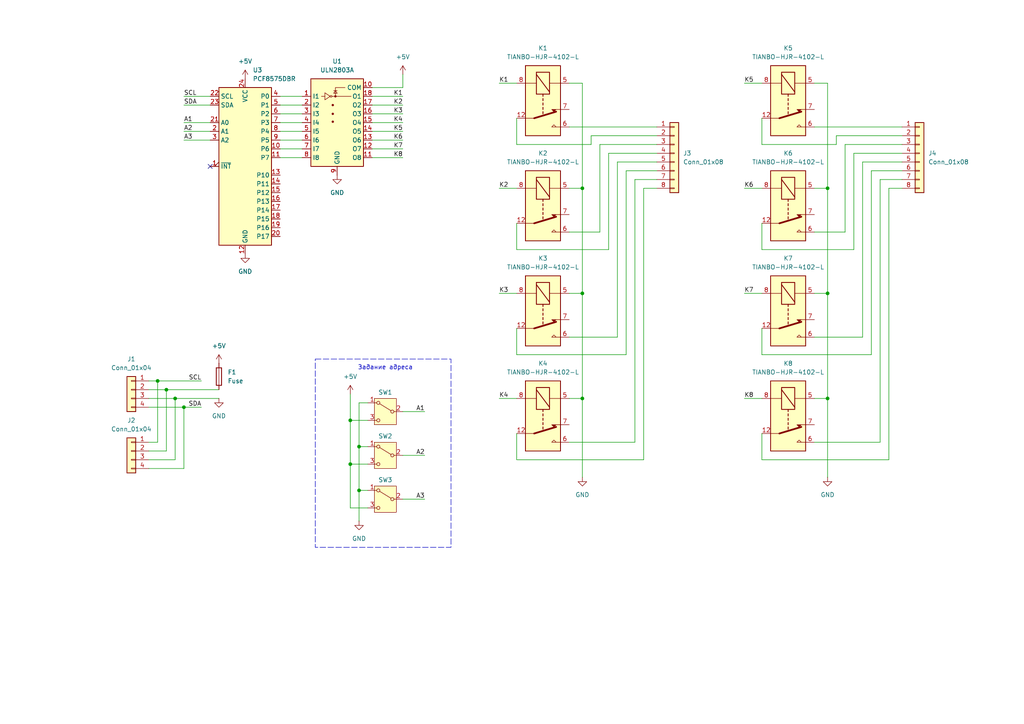
<source format=kicad_sch>
(kicad_sch (version 20231120) (generator "eeschema") (generator_version "8.0")
  (paper "A4")
  (lib_symbols
    (symbol "Connector_Generic:Conn_01x04" (pin_names (offset 1.016) hide)
      (property "Reference" "J" (at 0 5.08 0))
      (property "Value" "Conn_01x04" (at 0 -7.62 0))
      (symbol "Conn_01x04_1_1"
        (rectangle (start -1.27 -4.953) (end 0 -5.207) (stroke (width 0.1524)))
        (rectangle (start -1.27 -2.413) (end 0 -2.667) (stroke (width 0.1524)))
        (rectangle (start -1.27 0.127) (end 0 -0.127) (stroke (width 0.1524)))
        (rectangle (start -1.27 2.667) (end 0 2.413) (stroke (width 0.1524)))
        (rectangle (start -1.27 3.81) (end 1.27 -6.35) (stroke (width 0.254)) (fill (type background)))
        (pin passive line (at -5.08 2.54 0) (length 3.81) (name "Pin_1") (number "1"))
        (pin passive line (at -5.08 0 0) (length 3.81) (name "Pin_2") (number "2"))
        (pin passive line (at -5.08 -2.54 0) (length 3.81) (name "Pin_3") (number "3"))
        (pin passive line (at -5.08 -5.08 0) (length 3.81) (name "Pin_4") (number "4"))
      )
    )
    (symbol "Connector_Generic:Conn_01x08" (pin_names (offset 1.016) hide)
      (property "Reference" "J" (at 0 10.16 0))
      (property "Value" "Conn_01x08" (at 0 -12.7 0))
      (symbol "Conn_01x08_1_1"
        (rectangle (start -1.27 -10.033) (end 0 -10.287) (stroke (width 0.1524)))
        (rectangle (start -1.27 -7.493) (end 0 -7.747) (stroke (width 0.1524)))
        (rectangle (start -1.27 -4.953) (end 0 -5.207) (stroke (width 0.1524)))
        (rectangle (start -1.27 -2.413) (end 0 -2.667) (stroke (width 0.1524)))
        (rectangle (start -1.27 0.127) (end 0 -0.127) (stroke (width 0.1524)))
        (rectangle (start -1.27 2.667) (end 0 2.413) (stroke (width 0.1524)))
        (rectangle (start -1.27 5.207) (end 0 4.953) (stroke (width 0.1524)))
        (rectangle (start -1.27 7.747) (end 0 7.493) (stroke (width 0.1524)))
        (rectangle (start -1.27 8.89) (end 1.27 -11.43) (stroke (width 0.254)) (fill (type background)))
        (pin passive line (at -5.08 7.62 0) (length 3.81) (name "Pin_1") (number "1"))
        (pin passive line (at -5.08 5.08 0) (length 3.81) (name "Pin_2") (number "2"))
        (pin passive line (at -5.08 2.54 0) (length 3.81) (name "Pin_3") (number "3"))
        (pin passive line (at -5.08 0 0) (length 3.81) (name "Pin_4") (number "4"))
        (pin passive line (at -5.08 -2.54 0) (length 3.81) (name "Pin_5") (number "5"))
        (pin passive line (at -5.08 -5.08 0) (length 3.81) (name "Pin_6") (number "6"))
        (pin passive line (at -5.08 -7.62 0) (length 3.81) (name "Pin_7") (number "7"))
        (pin passive line (at -5.08 -10.16 0) (length 3.81) (name "Pin_8") (number "8"))
      )
    )
    (symbol "Device:Fuse" (pin_numbers hide) (pin_names (offset 0))
      (property "Reference" "F" (at 2.032 0 90))
      (property "Value" "Fuse" (at -1.905 0 90))
      (symbol "Fuse_0_1"
        (rectangle (start -0.762 -2.54) (end 0.762 2.54) (stroke (width 0.254)))
        (polyline (pts (xy 0 2.54) (xy 0 -2.54)))
      )
      (symbol "Fuse_1_1"
        (pin passive line (at 0 3.81 270) (length 1.27) (name "~") (number "1"))
        (pin passive line (at 0 -3.81 90) (length 1.27) (name "~") (number "2"))
      )
    )
    (symbol "Interface_Expansion:PCF8575DBR"
      (property "Reference" "U" (at -6.35 24.13 0))
      (property "Value" "PCF8575DBR" (at 7.62 -24.13 0))
      (symbol "PCF8575DBR_0_1"
        (rectangle (start -7.62 22.86) (end 7.62 -22.86) (stroke (width 0.254)) (fill (type background)))
      )
      (symbol "PCF8575DBR_1_1"
        (pin open_collector output_low (at -10.16 0 0) (length 2.54) (name "~{INT}") (number "1"))
        (pin bidirectional line (at 10.16 5.08 180) (length 2.54) (name "P6") (number "10"))
        (pin bidirectional line (at 10.16 2.54 180) (length 2.54) (name "P7") (number "11"))
        (pin power_in line (at 0 -25.4 90) (length 2.54) (name "GND") (number "12"))
        (pin bidirectional line (at 10.16 -2.54 180) (length 2.54) (name "P10") (number "13"))
        (pin bidirectional line (at 10.16 -5.08 180) (length 2.54) (name "P11") (number "14"))
        (pin bidirectional line (at 10.16 -7.62 180) (length 2.54) (name "P12") (number "15"))
        (pin bidirectional line (at 10.16 -10.16 180) (length 2.54) (name "P13") (number "16"))
        (pin bidirectional line (at 10.16 -12.7 180) (length 2.54) (name "P14") (number "17"))
        (pin bidirectional line (at 10.16 -15.24 180) (length 2.54) (name "P15") (number "18"))
        (pin bidirectional line (at 10.16 -17.78 180) (length 2.54) (name "P16") (number "19"))
        (pin input line (at -10.16 10.16 0) (length 2.54) (name "A1") (number "2"))
        (pin bidirectional line (at 10.16 -20.32 180) (length 2.54) (name "P17") (number "20"))
        (pin input line (at -10.16 12.7 0) (length 2.54) (name "A0") (number "21"))
        (pin input line (at -10.16 20.32 0) (length 2.54) (name "SCL") (number "22"))
        (pin bidirectional line (at -10.16 17.78 0) (length 2.54) (name "SDA") (number "23"))
        (pin power_in line (at 0 25.4 270) (length 2.54) (name "VCC") (number "24"))
        (pin input line (at -10.16 7.62 0) (length 2.54) (name "A2") (number "3"))
        (pin bidirectional line (at 10.16 20.32 180) (length 2.54) (name "P0") (number "4"))
        (pin bidirectional line (at 10.16 17.78 180) (length 2.54) (name "P1") (number "5"))
        (pin bidirectional line (at 10.16 15.24 180) (length 2.54) (name "P2") (number "6"))
        (pin bidirectional line (at 10.16 12.7 180) (length 2.54) (name "P3") (number "7"))
        (pin bidirectional line (at 10.16 10.16 180) (length 2.54) (name "P4") (number "8"))
        (pin bidirectional line (at 10.16 7.62 180) (length 2.54) (name "P5") (number "9"))
      )
    )
    (symbol "Relay:TIANBO-HJR-4102-L"
      (property "Reference" "K" (at 11.43 3.81 0))
      (property "Value" "TIANBO-HJR-4102-L" (at 11.43 1.27 0))
      (symbol "TIANBO-HJR-4102-L_0_0"
        (polyline (pts (xy 7.62 5.08) (xy 7.62 2.54) (xy 6.985 3.175) (xy 7.62 3.81)))
      )
      (symbol "TIANBO-HJR-4102-L_0_1"
        (rectangle (start -10.16 5.08) (end 10.16 -5.08) (stroke (width 0.254)) (fill (type background)))
        (rectangle (start -8.255 1.905) (end -1.905 -1.905) (stroke (width 0.254)))
        (polyline (pts (xy -7.62 -1.905) (xy -2.54 1.905)) (stroke (width 0.254)))
        (polyline (pts (xy -5.08 -5.08) (xy -5.08 -1.905)))
        (polyline (pts (xy -5.08 5.08) (xy -5.08 1.905)))
        (polyline (pts (xy -1.905 0) (xy -1.27 0)) (stroke (width 0.254)))
        (polyline (pts (xy -0.635 0) (xy 0 0)) (stroke (width 0.254)))
        (polyline (pts (xy 0.635 0) (xy 1.27 0)) (stroke (width 0.254)))
        (polyline (pts (xy 1.905 0) (xy 2.54 0)) (stroke (width 0.254)))
        (polyline (pts (xy 3.175 0) (xy 3.81 0)) (stroke (width 0.254)))
        (polyline (pts (xy 5.08 -2.54) (xy 3.175 3.81)) (stroke (width 0.508)))
        (polyline (pts (xy 5.08 -2.54) (xy 5.08 -5.08)))
        (polyline (pts (xy 2.54 5.08) (xy 2.54 2.54) (xy 3.175 3.175) (xy 2.54 3.81)) (fill (type outline)))
      )
      (symbol "TIANBO-HJR-4102-L_1_1"
        (pin passive line (at 5.08 -7.62 90) (length 2.54) (name "~") (number "12"))
        (pin passive line (at -5.08 7.62 270) (length 2.54) (name "~") (number "5"))
        (pin passive line (at 7.62 7.62 270) (length 2.54) (name "~") (number "6"))
        (pin passive line (at 2.54 7.62 270) (length 2.54) (name "~") (number "7"))
        (pin passive line (at -5.08 -7.62 90) (length 2.54) (name "~") (number "8"))
      )
    )
    (symbol "Switch:SW_SPDT" (pin_names (offset 0) hide)
      (property "Reference" "SW" (at 0 5.08 0))
      (property "Value" "SW_SPDT" (at 0 -5.08 0))
      (symbol "SW_SPDT_0_1"
        (circle (center -2.032 0) (radius 0.4572))
        (polyline (pts (xy -1.651 0.254) (xy 1.651 2.286)))
        (circle (center 2.032 -2.54) (radius 0.4572))
        (circle (center 2.032 2.54) (radius 0.4572))
      )
      (symbol "SW_SPDT_1_1"
        (rectangle (start -3.175 3.81) (end 3.175 -3.81) (fill (type background)))
        (pin passive line (at 5.08 2.54 180) (length 2.54) (name "A") (number "1"))
        (pin passive line (at -5.08 0 0) (length 2.54) (name "B") (number "2"))
        (pin passive line (at 5.08 -2.54 180) (length 2.54) (name "C") (number "3"))
      )
    )
    (symbol "Transistor_Array:ULN2803A"
      (property "Reference" "U" (at 0 13.335 0))
      (property "Value" "ULN2803A" (at 0 11.43 0))
      (symbol "ULN2803A_0_1"
        (rectangle (start -7.62 -15.24) (end 7.62 10.16) (stroke (width 0.254)) (fill (type background)))
        (circle (center -1.778 5.08) (radius 0.254))
        (circle (center -1.27 -2.286) (radius 0.254) (fill (type outline)))
        (circle (center -1.27 0) (radius 0.254) (fill (type outline)))
        (circle (center -1.27 2.54) (radius 0.254) (fill (type outline)))
        (circle (center -0.508 5.08) (radius 0.254) (fill (type outline)))
        (polyline (pts (xy -4.572 5.08) (xy -3.556 5.08)))
        (polyline (pts (xy -1.524 5.08) (xy 4.064 5.08)))
        (polyline (pts (xy 0 6.731) (xy -1.016 6.731)))
        (polyline (pts (xy -0.508 5.08) (xy -0.508 7.62) (xy 2.286 7.62)))
        (polyline (pts (xy -3.556 6.096) (xy -3.556 4.064) (xy -2.032 5.08) (xy -3.556 6.096)))
        (polyline (pts (xy 0 5.969) (xy -1.016 5.969) (xy -0.508 6.731) (xy 0 5.969)))
      )
      (symbol "ULN2803A_1_1"
        (pin input line (at -10.16 5.08 0) (length 2.54) (name "I1") (number "1"))
        (pin passive line (at 10.16 7.62 180) (length 2.54) (name "COM") (number "10"))
        (pin open_collector line (at 10.16 -12.7 180) (length 2.54) (name "O8") (number "11"))
        (pin open_collector line (at 10.16 -10.16 180) (length 2.54) (name "O7") (number "12"))
        (pin open_collector line (at 10.16 -7.62 180) (length 2.54) (name "O6") (number "13"))
        (pin open_collector line (at 10.16 -5.08 180) (length 2.54) (name "O5") (number "14"))
        (pin open_collector line (at 10.16 -2.54 180) (length 2.54) (name "O4") (number "15"))
        (pin open_collector line (at 10.16 0 180) (length 2.54) (name "O3") (number "16"))
        (pin open_collector line (at 10.16 2.54 180) (length 2.54) (name "O2") (number "17"))
        (pin open_collector line (at 10.16 5.08 180) (length 2.54) (name "O1") (number "18"))
        (pin input line (at -10.16 2.54 0) (length 2.54) (name "I2") (number "2"))
        (pin input line (at -10.16 0 0) (length 2.54) (name "I3") (number "3"))
        (pin input line (at -10.16 -2.54 0) (length 2.54) (name "I4") (number "4"))
        (pin input line (at -10.16 -5.08 0) (length 2.54) (name "I5") (number "5"))
        (pin input line (at -10.16 -7.62 0) (length 2.54) (name "I6") (number "6"))
        (pin input line (at -10.16 -10.16 0) (length 2.54) (name "I7") (number "7"))
        (pin input line (at -10.16 -12.7 0) (length 2.54) (name "I8") (number "8"))
        (pin power_in line (at 0 -17.78 90) (length 2.54) (name "GND") (number "9"))
      )
    )
    (symbol "power:+5V" (power) (pin_numbers hide) (pin_names (offset 0) hide)
      (property "Value" "+5V" (at 0 3.556 0))
      (symbol "+5V_0_1"
        (polyline (pts (xy -0.762 1.27) (xy 0 2.54)))
        (polyline (pts (xy 0 0) (xy 0 2.54)))
        (polyline (pts (xy 0 2.54) (xy 0.762 1.27)))
      )
      (symbol "+5V_1_1"
        (pin power_in line (at 0 0 90) (length 0) (name "~") (number "1"))
      )
    )
    (symbol "power:GND" (power) (pin_numbers hide) (pin_names (offset 0) hide)
      (property "Value" "GND" (at 0 -3.81 0))
      (symbol "GND_0_1"
        (polyline (pts (xy 0 0) (xy 0 -1.27) (xy 1.27 -1.27) (xy 0 -2.54) (xy -1.27 -1.27) (xy 0 -1.27)))
      )
      (symbol "GND_1_1"
        (pin power_in line (at 0 0 270) (length 0) (name "~") (number "1"))
      )
    )
  )
  (junction (at 104.14 142.24))
  (junction (at 240.03 54.61))
  (junction (at 168.91 54.61))
  (junction (at 240.03 85.09))
  (junction (at 168.91 85.09))
  (junction (at 168.91 115.57))
  (junction (at 101.6 121.92))
  (junction (at 48.26 113.03))
  (junction (at 53.34 118.11))
  (junction (at 101.6 134.62))
  (junction (at 240.03 115.57))
  (junction (at 45.72 110.49))
  (junction (at 104.14 129.54))
  (junction (at 50.8 115.57))
  (no_connect (at 60.96 48.26))
  (wire (pts (xy 165.1 67.31) (xy 173.99 67.31)))
  (wire (pts (xy 81.28 40.64) (xy 87.63 40.64)))
  (wire (pts (xy 50.8 115.57) (xy 63.5 115.57)))
  (wire (pts (xy 81.28 45.72) (xy 87.63 45.72)))
  (wire (pts (xy 104.14 129.54) (xy 104.14 142.24)))
  (wire (pts (xy 107.95 27.94) (xy 116.84 27.94)))
  (wire (pts (xy 173.99 41.91) (xy 190.5 41.91)))
  (wire (pts (xy 149.86 102.87) (xy 181.61 102.87)))
  (wire (pts (xy 144.78 115.57) (xy 149.86 115.57)))
  (wire (pts (xy 116.84 119.38) (xy 123.19 119.38)))
  (wire (pts (xy 236.22 36.83) (xy 261.62 36.83)))
  (wire (pts (xy 236.22 85.09) (xy 240.03 85.09)))
  (wire (pts (xy 186.69 54.61) (xy 186.69 133.35)))
  (wire (pts (xy 107.95 25.4) (xy 116.84 25.4)))
  (wire (pts (xy 81.28 38.1) (xy 87.63 38.1)))
  (wire (pts (xy 168.91 85.09) (xy 168.91 115.57)))
  (wire (pts (xy 149.86 95.25) (xy 149.86 102.87)))
  (wire (pts (xy 242.57 39.37) (xy 261.62 39.37)))
  (wire (pts (xy 168.91 54.61) (xy 168.91 85.09)))
  (wire (pts (xy 240.03 54.61) (xy 240.03 85.09)))
  (wire (pts (xy 104.14 116.84) (xy 104.14 129.54)))
  (wire (pts (xy 107.95 45.72) (xy 116.84 45.72)))
  (wire (pts (xy 81.28 27.94) (xy 87.63 27.94)))
  (wire (pts (xy 240.03 115.57) (xy 240.03 138.43)))
  (wire (pts (xy 179.07 46.99) (xy 179.07 97.79)))
  (wire (pts (xy 165.1 97.79) (xy 179.07 97.79)))
  (wire (pts (xy 215.9 54.61) (xy 220.98 54.61)))
  (wire (pts (xy 149.86 72.39) (xy 176.53 72.39)))
  (wire (pts (xy 173.99 41.91) (xy 173.99 67.31)))
  (wire (pts (xy 261.62 54.61) (xy 257.81 54.61)))
  (wire (pts (xy 215.9 85.09) (xy 220.98 85.09)))
  (wire (pts (xy 240.03 24.13) (xy 240.03 54.61)))
  (wire (pts (xy 236.22 128.27) (xy 255.27 128.27)))
  (wire (pts (xy 220.98 34.29) (xy 220.98 41.91)))
  (wire (pts (xy 53.34 35.56) (xy 60.96 35.56)))
  (wire (pts (xy 106.68 134.62) (xy 101.6 134.62)))
  (wire (pts (xy 247.65 44.45) (xy 261.62 44.45)))
  (wire (pts (xy 165.1 54.61) (xy 168.91 54.61)))
  (wire (pts (xy 104.14 142.24) (xy 104.14 151.13)))
  (wire (pts (xy 107.95 33.02) (xy 116.84 33.02)))
  (wire (pts (xy 53.34 40.64) (xy 60.96 40.64)))
  (wire (pts (xy 215.9 24.13) (xy 220.98 24.13)))
  (wire (pts (xy 236.22 115.57) (xy 240.03 115.57)))
  (wire (pts (xy 45.72 128.27) (xy 45.72 110.49)))
  (wire (pts (xy 184.15 128.27) (xy 184.15 52.07)))
  (wire (pts (xy 176.53 44.45) (xy 190.5 44.45)))
  (wire (pts (xy 48.26 130.81) (xy 48.26 113.03)))
  (wire (pts (xy 236.22 24.13) (xy 240.03 24.13)))
  (wire (pts (xy 116.84 144.78) (xy 123.19 144.78)))
  (wire (pts (xy 165.1 128.27) (xy 184.15 128.27)))
  (wire (pts (xy 186.69 133.35) (xy 149.86 133.35)))
  (wire (pts (xy 81.28 33.02) (xy 87.63 33.02)))
  (wire (pts (xy 149.86 125.73) (xy 149.86 133.35)))
  (wire (pts (xy 168.91 24.13) (xy 168.91 54.61)))
  (wire (pts (xy 149.86 34.29) (xy 149.86 41.91)))
  (wire (pts (xy 144.78 54.61) (xy 149.86 54.61)))
  (wire (pts (xy 53.34 27.94) (xy 60.96 27.94)))
  (wire (pts (xy 220.98 95.25) (xy 220.98 102.87)))
  (wire (pts (xy 245.11 41.91) (xy 261.62 41.91)))
  (wire (pts (xy 116.84 132.08) (xy 123.19 132.08)))
  (wire (pts (xy 220.98 102.87) (xy 252.73 102.87)))
  (wire (pts (xy 43.18 128.27) (xy 45.72 128.27)))
  (wire (pts (xy 240.03 85.09) (xy 240.03 115.57)))
  (wire (pts (xy 184.15 52.07) (xy 190.5 52.07)))
  (wire (pts (xy 43.18 118.11) (xy 53.34 118.11)))
  (wire (pts (xy 106.68 147.32) (xy 101.6 147.32)))
  (wire (pts (xy 149.86 41.91) (xy 171.45 41.91)))
  (wire (pts (xy 215.9 115.57) (xy 220.98 115.57)))
  (wire (pts (xy 43.18 113.03) (xy 48.26 113.03)))
  (wire (pts (xy 236.22 97.79) (xy 250.19 97.79)))
  (wire (pts (xy 242.57 41.91) (xy 242.57 39.37)))
  (wire (pts (xy 101.6 121.92) (xy 101.6 114.3)))
  (wire (pts (xy 43.18 110.49) (xy 45.72 110.49)))
  (wire (pts (xy 250.19 46.99) (xy 261.62 46.99)))
  (wire (pts (xy 45.72 110.49) (xy 58.42 110.49)))
  (wire (pts (xy 43.18 135.89) (xy 53.34 135.89)))
  (wire (pts (xy 168.91 115.57) (xy 168.91 138.43)))
  (wire (pts (xy 179.07 46.99) (xy 190.5 46.99)))
  (wire (pts (xy 220.98 72.39) (xy 247.65 72.39)))
  (wire (pts (xy 181.61 49.53) (xy 181.61 102.87)))
  (wire (pts (xy 81.28 35.56) (xy 87.63 35.56)))
  (wire (pts (xy 255.27 52.07) (xy 261.62 52.07)))
  (wire (pts (xy 106.68 116.84) (xy 104.14 116.84)))
  (wire (pts (xy 149.86 64.77) (xy 149.86 72.39)))
  (wire (pts (xy 250.19 46.99) (xy 250.19 97.79)))
  (wire (pts (xy 257.81 133.35) (xy 220.98 133.35)))
  (wire (pts (xy 236.22 67.31) (xy 245.11 67.31)))
  (wire (pts (xy 252.73 49.53) (xy 261.62 49.53)))
  (wire (pts (xy 81.28 43.18) (xy 87.63 43.18)))
  (wire (pts (xy 107.95 40.64) (xy 116.84 40.64)))
  (wire (pts (xy 220.98 125.73) (xy 220.98 133.35)))
  (wire (pts (xy 165.1 85.09) (xy 168.91 85.09)))
  (wire (pts (xy 106.68 121.92) (xy 101.6 121.92)))
  (wire (pts (xy 107.95 43.18) (xy 116.84 43.18)))
  (wire (pts (xy 165.1 115.57) (xy 168.91 115.57)))
  (wire (pts (xy 165.1 24.13) (xy 168.91 24.13)))
  (wire (pts (xy 190.5 54.61) (xy 186.69 54.61)))
  (wire (pts (xy 101.6 134.62) (xy 101.6 147.32)))
  (wire (pts (xy 171.45 41.91) (xy 171.45 39.37)))
  (wire (pts (xy 255.27 128.27) (xy 255.27 52.07)))
  (wire (pts (xy 81.28 30.48) (xy 87.63 30.48)))
  (wire (pts (xy 53.34 38.1) (xy 60.96 38.1)))
  (wire (pts (xy 144.78 24.13) (xy 149.86 24.13)))
  (wire (pts (xy 116.84 25.4) (xy 116.84 21.59)))
  (wire (pts (xy 245.11 41.91) (xy 245.11 67.31)))
  (wire (pts (xy 107.95 38.1) (xy 116.84 38.1)))
  (wire (pts (xy 101.6 121.92) (xy 101.6 134.62)))
  (wire (pts (xy 220.98 64.77) (xy 220.98 72.39)))
  (wire (pts (xy 53.34 118.11) (xy 58.42 118.11)))
  (wire (pts (xy 107.95 30.48) (xy 116.84 30.48)))
  (wire (pts (xy 53.34 30.48) (xy 60.96 30.48)))
  (wire (pts (xy 165.1 36.83) (xy 190.5 36.83)))
  (wire (pts (xy 43.18 115.57) (xy 50.8 115.57)))
  (wire (pts (xy 106.68 142.24) (xy 104.14 142.24)))
  (wire (pts (xy 43.18 133.35) (xy 50.8 133.35)))
  (wire (pts (xy 220.98 41.91) (xy 242.57 41.91)))
  (wire (pts (xy 106.68 129.54) (xy 104.14 129.54)))
  (wire (pts (xy 236.22 54.61) (xy 240.03 54.61)))
  (wire (pts (xy 144.78 85.09) (xy 149.86 85.09)))
  (wire (pts (xy 107.95 35.56) (xy 116.84 35.56)))
  (wire (pts (xy 43.18 130.81) (xy 48.26 130.81)))
  (wire (pts (xy 50.8 133.35) (xy 50.8 115.57)))
  (wire (pts (xy 247.65 44.45) (xy 247.65 72.39)))
  (wire (pts (xy 176.53 44.45) (xy 176.53 72.39)))
  (wire (pts (xy 53.34 135.89) (xy 53.34 118.11)))
  (wire (pts (xy 257.81 54.61) (xy 257.81 133.35)))
  (wire (pts (xy 171.45 39.37) (xy 190.5 39.37)))
  (wire (pts (xy 181.61 49.53) (xy 190.5 49.53)))
  (wire (pts (xy 48.26 113.03) (xy 63.5 113.03)))
  (wire (pts (xy 252.73 49.53) (xy 252.73 102.87)))
  (rectangle (start 91.44 104.14) (end 130.81 158.75) (stroke (width 0) (type dash)))
  (text "Задание адреса" (at 111.76 106.68 0) (effects (font (size 1.27 1.27))))
  (label "K4" (at 144.78 115.57 0))
  (label "K7" (at 116.84 43.18 180))
  (label "A1" (at 123.19 119.38 180))
  (label "K8" (at 116.84 45.72 180))
  (label "K1" (at 116.84 27.94 180))
  (label "K5" (at 215.9 24.13 0))
  (label "K6" (at 215.9 54.61 0))
  (label "K7" (at 215.9 85.09 0))
  (label "K1" (at 144.78 24.13 0))
  (label "A3" (at 53.34 40.64 0))
  (label "K2" (at 144.78 54.61 0))
  (label "K5" (at 116.84 38.1 180))
  (label "A3" (at 123.19 144.78 180))
  (label "SDA" (at 53.34 30.48 0))
  (label "K6" (at 116.84 40.64 180))
  (label "K3" (at 144.78 85.09 0))
  (label "SCL" (at 53.34 27.94 0))
  (label "K2" (at 116.84 30.48 180))
  (label "SCL" (at 58.42 110.49 180))
  (label "A2" (at 123.19 132.08 180))
  (label "A2" (at 53.34 38.1 0))
  (label "SDA" (at 58.42 118.11 180))
  (label "K3" (at 116.84 33.02 180))
  (label "K4" (at 116.84 35.56 180))
  (label "A1" (at 53.34 35.56 0))
  (label "K8" (at 215.9 115.57 0))
  (symbol (lib_id "power:GND") (at 71.12 73.66 0) (unit 1)
    (property "Reference" "#PWR04" (effects (hide yes)))
    (property "Value" "GND" (at 71.12 78.74 0))
    (property "Description" "Power symbol creates a global label with name \"GND\" , ground" (effects (hide yes)))
  )
  (symbol (lib_id "Connector_Generic:Conn_01x08") (at 266.7 44.45 0) (unit 1)
    (property "Reference" "J4" (at 269.24 44.4499 0) (effects (justify left)))
    (property "Value" "Conn_01x08" (at 269.24 46.9899 0) (effects (justify left)))
    (property "Footprint" "TerminalBlock_Phoenix:TerminalBlock_Phoenix_MKDS-3-8-5.08_1x08_P5.08mm_Horizontal" (effects (hide yes)))
    (property "Description" "Generic connector, single row, 01x08, script generated (kicad-library-utils/schlib/autogen/connector/)" (effects (hide yes)))
  )
  (symbol (lib_id "power:+5V") (at 71.12 22.86 0) (unit 1)
    (property "Reference" "#PWR05" (effects (hide yes)))
    (property "Value" "+5V" (at 71.12 17.78 0))
    (property "Description" "Power symbol creates a global label with name \"+5V\"" (effects (hide yes)))
  )
  (symbol (lib_id "power:+5V") (at 101.6 114.3 0) (unit 1)
    (property "Reference" "#PWR08" (effects (hide yes)))
    (property "Value" "+5V" (at 101.6 109.22 0))
    (property "Description" "Power symbol creates a global label with name \"+5V\"" (effects (hide yes)))
  )
  (symbol (lib_id "Interface_Expansion:PCF8575DBR") (at 71.12 48.26 0) (unit 1)
    (property "Reference" "U3" (at 73.3141 20.32 0) (effects (justify left)))
    (property "Value" "PCF8575DBR" (at 73.3141 22.86 0) (effects (justify left)))
    (property "Footprint" "Package_SO:SSOP-24_5.3x8.2mm_P0.65mm" (effects (hide yes)))
    (property "Datasheet" "https://www.ti.com/lit/ds/symlink/pcf8575.pdf" (effects (hide yes)))
    (property "Description" "16 Bits Port/Expander to I2C Bus, SSOP-24" (effects (hide yes)))
  )
  (symbol (lib_id "Switch:SW_SPDT") (at 111.76 132.08 0) (mirror y) (unit 1)
    (property "Reference" "SW2" (at 111.76 126.492 0))
    (property "Value" "SW_SPDT" (effects (hide yes)))
    (property "Footprint" "Button_Switch_THT:SW_Slide_SPDT_Straight_CK_OS102011MS2Q" (effects (hide yes)))
    (property "Description" "Switch, single pole double throw" (effects (hide yes)))
  )
  (symbol (lib_id "power:+5V") (at 116.84 21.59 0) (unit 1)
    (property "Reference" "#PWR02" (effects (hide yes)))
    (property "Value" "+5V" (at 116.84 16.51 0))
    (property "Description" "Power symbol creates a global label with name \"+5V\"" (effects (hide yes)))
  )
  (symbol (lib_id "power:GND") (at 104.14 151.13 0) (unit 1)
    (property "Reference" "#PWR09" (effects (hide yes)))
    (property "Value" "GND" (at 104.14 156.21 0))
    (property "Description" "Power symbol creates a global label with name \"GND\" , ground" (effects (hide yes)))
  )
  (symbol (lib_id "Switch:SW_SPDT") (at 111.76 119.38 0) (mirror y) (unit 1)
    (property "Reference" "SW1" (at 111.76 113.792 0))
    (property "Value" "SW_SPDT" (effects (hide yes)))
    (property "Footprint" "Button_Switch_THT:SW_Slide_SPDT_Straight_CK_OS102011MS2Q" (effects (hide yes)))
    (property "Description" "Switch, single pole double throw" (effects (hide yes)))
  )
  (symbol (lib_id "Switch:SW_SPDT") (at 111.76 144.78 0) (mirror y) (unit 1)
    (property "Reference" "SW3" (at 111.76 139.192 0))
    (property "Value" "SW_SPDT" (effects (hide yes)))
    (property "Footprint" "Button_Switch_THT:SW_Slide_SPDT_Straight_CK_OS102011MS2Q" (effects (hide yes)))
    (property "Description" "Switch, single pole double throw" (effects (hide yes)))
  )
  (symbol (lib_id "Relay:TIANBO-HJR-4102-L") (at 228.6 59.69 270) (unit 1)
    (property "Reference" "K6" (at 228.6 44.45 90))
    (property "Value" "TIANBO-HJR-4102-L" (at 228.6 46.99 90))
    (property "Footprint" "Relay_THT:Relay_SPDT_HJR-4102" (effects (hide yes)))
    (property "Datasheet" "https://cdn-reichelt.de/documents/datenblatt/C300/DS_HJR4102E.pdf" (effects (hide yes)))
    (property "Description" "TIANBO HJR-4102-L, Single Pole Relay, 5mm Pitch, 3A" (effects (hide yes)))
  )
  (symbol (lib_id "power:GND") (at 63.5 115.57 0) (unit 1)
    (property "Reference" "#PWR06" (effects (hide yes)))
    (property "Value" "GND" (at 63.5 120.65 0))
    (property "Description" "Power symbol creates a global label with name \"GND\" , ground" (effects (hide yes)))
  )
  (symbol (lib_id "power:GND") (at 168.91 138.43 0) (unit 1)
    (property "Reference" "#PWR03" (effects (hide yes)))
    (property "Value" "GND" (at 168.91 143.51 0))
    (property "Description" "Power symbol creates a global label with name \"GND\" , ground" (effects (hide yes)))
  )
  (symbol (lib_id "power:+5V") (at 63.5 105.41 0) (unit 1)
    (property "Reference" "#PWR07" (effects (hide yes)))
    (property "Value" "+5V" (at 63.5 100.33 0))
    (property "Description" "Power symbol creates a global label with name \"+5V\"" (effects (hide yes)))
  )
  (symbol (lib_id "Relay:TIANBO-HJR-4102-L") (at 157.48 90.17 270) (unit 1)
    (property "Reference" "K3" (at 157.48 74.93 90))
    (property "Value" "TIANBO-HJR-4102-L" (at 157.48 77.47 90))
    (property "Footprint" "Relay_THT:Relay_SPDT_HJR-4102" (effects (hide yes)))
    (property "Datasheet" "https://cdn-reichelt.de/documents/datenblatt/C300/DS_HJR4102E.pdf" (effects (hide yes)))
    (property "Description" "TIANBO HJR-4102-L, Single Pole Relay, 5mm Pitch, 3A" (effects (hide yes)))
  )
  (symbol (lib_id "Relay:TIANBO-HJR-4102-L") (at 228.6 29.21 270) (unit 1)
    (property "Reference" "K5" (at 228.6 13.97 90))
    (property "Value" "TIANBO-HJR-4102-L" (at 228.6 16.51 90))
    (property "Footprint" "Relay_THT:Relay_SPDT_HJR-4102" (effects (hide yes)))
    (property "Datasheet" "https://cdn-reichelt.de/documents/datenblatt/C300/DS_HJR4102E.pdf" (effects (hide yes)))
    (property "Description" "TIANBO HJR-4102-L, Single Pole Relay, 5mm Pitch, 3A" (effects (hide yes)))
  )
  (symbol (lib_id "Relay:TIANBO-HJR-4102-L") (at 157.48 120.65 270) (unit 1)
    (property "Reference" "K4" (at 157.48 105.41 90))
    (property "Value" "TIANBO-HJR-4102-L" (at 157.48 107.95 90))
    (property "Footprint" "Relay_THT:Relay_SPDT_HJR-4102" (effects (hide yes)))
    (property "Datasheet" "https://cdn-reichelt.de/documents/datenblatt/C300/DS_HJR4102E.pdf" (effects (hide yes)))
    (property "Description" "TIANBO HJR-4102-L, Single Pole Relay, 5mm Pitch, 3A" (effects (hide yes)))
  )
  (symbol (lib_id "Relay:TIANBO-HJR-4102-L") (at 228.6 120.65 270) (unit 1)
    (property "Reference" "K8" (at 228.6 105.41 90))
    (property "Value" "TIANBO-HJR-4102-L" (at 228.6 107.95 90))
    (property "Footprint" "Relay_THT:Relay_SPDT_HJR-4102" (effects (hide yes)))
    (property "Datasheet" "https://cdn-reichelt.de/documents/datenblatt/C300/DS_HJR4102E.pdf" (effects (hide yes)))
    (property "Description" "TIANBO HJR-4102-L, Single Pole Relay, 5mm Pitch, 3A" (effects (hide yes)))
  )
  (symbol (lib_id "Relay:TIANBO-HJR-4102-L") (at 157.48 59.69 270) (unit 1)
    (property "Reference" "K2" (at 157.48 44.45 90))
    (property "Value" "TIANBO-HJR-4102-L" (at 157.48 46.99 90))
    (property "Footprint" "Relay_THT:Relay_SPDT_HJR-4102" (effects (hide yes)))
    (property "Datasheet" "https://cdn-reichelt.de/documents/datenblatt/C300/DS_HJR4102E.pdf" (effects (hide yes)))
    (property "Description" "TIANBO HJR-4102-L, Single Pole Relay, 5mm Pitch, 3A" (effects (hide yes)))
  )
  (symbol (lib_id "Device:Fuse") (at 63.5 109.22 0) (unit 1)
    (property "Reference" "F1" (at 66.04 107.9499 0) (effects (justify left)))
    (property "Value" "Fuse" (at 66.04 110.4899 0) (effects (justify left)))
    (property "Footprint" "Fuse:Fuseholder_Cylinder-5x20mm_Schurter_0031_8201_Horizontal_Open" (effects (hide yes)))
    (property "Description" "Fuse" (effects (hide yes)))
  )
  (symbol (lib_id "Connector_Generic:Conn_01x04") (at 38.1 130.81 0) (mirror y) (unit 1)
    (property "Reference" "J2" (at 38.1 121.92 0))
    (property "Value" "Conn_01x04" (at 38.1 124.46 0))
    (property "Footprint" "Connector_PinHeader_2.54mm:PinHeader_1x04_P2.54mm_Horizontal" (effects (hide yes)))
    (property "Description" "Generic connector, single row, 01x04, script generated (kicad-library-utils/schlib/autogen/connector/)" (effects (hide yes)))
  )
  (symbol (lib_id "Connector_Generic:Conn_01x08") (at 195.58 44.45 0) (unit 1)
    (property "Reference" "J3" (at 198.12 44.4499 0) (effects (justify left)))
    (property "Value" "Conn_01x08" (at 198.12 46.9899 0) (effects (justify left)))
    (property "Footprint" "TerminalBlock_Phoenix:TerminalBlock_Phoenix_MKDS-3-8-5.08_1x08_P5.08mm_Horizontal" (effects (hide yes)))
    (property "Description" "Generic connector, single row, 01x08, script generated (kicad-library-utils/schlib/autogen/connector/)" (effects (hide yes)))
  )
  (symbol (lib_id "power:GND") (at 97.79 50.8 0) (unit 1)
    (property "Reference" "#PWR01" (effects (hide yes)))
    (property "Value" "GND" (at 97.79 55.88 0))
    (property "Description" "Power symbol creates a global label with name \"GND\" , ground" (effects (hide yes)))
  )
  (symbol (lib_id "Connector_Generic:Conn_01x04") (at 38.1 113.03 0) (mirror y) (unit 1)
    (property "Reference" "J1" (at 38.1 104.14 0))
    (property "Value" "Conn_01x04" (at 38.1 106.68 0))
    (property "Footprint" "Connector_PinHeader_2.54mm:PinHeader_1x04_P2.54mm_Horizontal" (effects (hide yes)))
    (property "Description" "Generic connector, single row, 01x04, script generated (kicad-library-utils/schlib/autogen/connector/)" (effects (hide yes)))
  )
  (symbol (lib_id "Relay:TIANBO-HJR-4102-L") (at 157.48 29.21 270) (unit 1)
    (property "Reference" "K1" (at 157.48 13.97 90))
    (property "Value" "TIANBO-HJR-4102-L" (at 157.48 16.51 90))
    (property "Footprint" "Relay_THT:Relay_SPDT_HJR-4102" (effects (hide yes)))
    (property "Datasheet" "https://cdn-reichelt.de/documents/datenblatt/C300/DS_HJR4102E.pdf" (effects (hide yes)))
    (property "Description" "TIANBO HJR-4102-L, Single Pole Relay, 5mm Pitch, 3A" (effects (hide yes)))
  )
  (symbol (lib_id "Transistor_Array:ULN2803A") (at 97.79 33.02 0) (unit 1)
    (property "Reference" "U1" (at 97.79 17.78 0))
    (property "Value" "ULN2803A" (at 97.79 20.32 0))
    (property "Footprint" "Package_DIP:DIP-18_W7.62mm" (effects (hide yes)))
    (property "Datasheet" "http://www.ti.com/lit/ds/symlink/uln2803a.pdf" (effects (hide yes)))
    (property "Description" "Darlington Transistor Arrays, SOIC18/DIP18" (effects (hide yes)))
  )
  (symbol (lib_id "power:GND") (at 240.03 138.43 0) (unit 1)
    (property "Reference" "#PWR010" (effects (hide yes)))
    (property "Value" "GND" (at 240.03 143.51 0))
    (property "Description" "Power symbol creates a global label with name \"GND\" , ground" (effects (hide yes)))
  )
  (symbol (lib_id "Relay:TIANBO-HJR-4102-L") (at 228.6 90.17 270) (unit 1)
    (property "Reference" "K7" (at 228.6 74.93 90))
    (property "Value" "TIANBO-HJR-4102-L" (at 228.6 77.47 90))
    (property "Footprint" "Relay_THT:Relay_SPDT_HJR-4102" (effects (hide yes)))
    (property "Datasheet" "https://cdn-reichelt.de/documents/datenblatt/C300/DS_HJR4102E.pdf" (effects (hide yes)))
    (property "Description" "TIANBO HJR-4102-L, Single Pole Relay, 5mm Pitch, 3A" (effects (hide yes)))
  )
)
</source>
